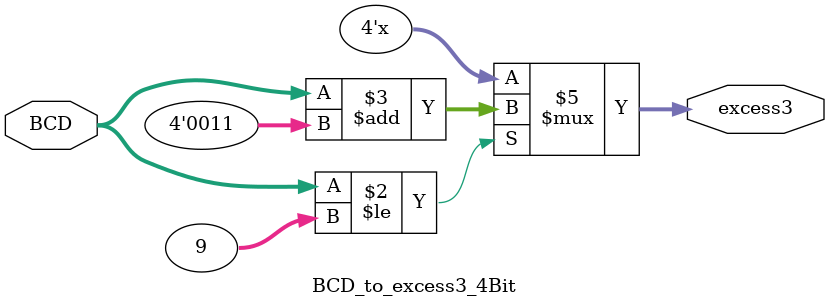
<source format=sv>
module BCD_to_excess3_4Bit(excess3,BCD);
  input [3:0] BCD;
  output reg [3:0] excess3;
  
  always@(*)
    begin
      if(BCD<=9)
        excess3 = BCD + 4'b0011;
      else
        excess3 = 4'bxxxx;
    end
endmodule
</source>
